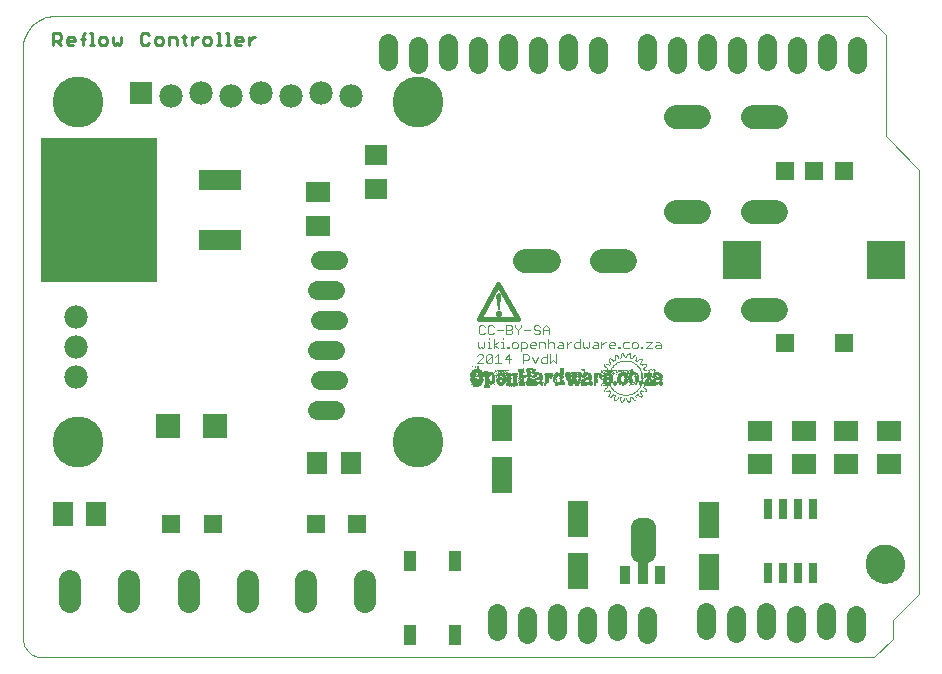
<source format=gts>
G75*
G70*
%OFA0B0*%
%FSLAX24Y24*%
%IPPOS*%
%LPD*%
%AMOC8*
5,1,8,0,0,1.08239X$1,22.5*
%
%ADD10C,0.0000*%
%ADD11C,0.1300*%
%ADD12R,0.0014X0.0014*%
%ADD13R,0.0014X0.0014*%
%ADD14R,0.0015X0.0014*%
%ADD15R,0.0029X0.0014*%
%ADD16R,0.0014X0.0014*%
%ADD17R,0.0014X0.0014*%
%ADD18R,0.0043X0.0014*%
%ADD19R,0.0043X0.0014*%
%ADD20R,0.0029X0.0014*%
%ADD21R,0.0028X0.0014*%
%ADD22R,0.0200X0.0014*%
%ADD23R,0.0042X0.0014*%
%ADD24R,0.0015X0.0014*%
%ADD25R,0.0028X0.0014*%
%ADD26R,0.0058X0.0014*%
%ADD27R,0.0072X0.0014*%
%ADD28R,0.0171X0.0014*%
%ADD29R,0.0186X0.0014*%
%ADD30R,0.0129X0.0014*%
%ADD31R,0.0114X0.0014*%
%ADD32R,0.0214X0.0014*%
%ADD33R,0.0143X0.0014*%
%ADD34R,0.0243X0.0014*%
%ADD35R,0.0143X0.0014*%
%ADD36R,0.0114X0.0014*%
%ADD37R,0.0172X0.0014*%
%ADD38R,0.0229X0.0014*%
%ADD39R,0.0142X0.0014*%
%ADD40R,0.0186X0.0014*%
%ADD41R,0.0071X0.0014*%
%ADD42R,0.0057X0.0014*%
%ADD43R,0.0100X0.0014*%
%ADD44R,0.0072X0.0014*%
%ADD45R,0.0057X0.0014*%
%ADD46R,0.0428X0.0014*%
%ADD47R,0.0271X0.0014*%
%ADD48R,0.0172X0.0014*%
%ADD49R,0.0229X0.0014*%
%ADD50R,0.0400X0.0014*%
%ADD51R,0.0057X0.0014*%
%ADD52R,0.0157X0.0014*%
%ADD53R,0.0128X0.0014*%
%ADD54R,0.0086X0.0014*%
%ADD55R,0.0100X0.0014*%
%ADD56R,0.0471X0.0014*%
%ADD57R,0.0315X0.0014*%
%ADD58R,0.0071X0.0014*%
%ADD59R,0.0215X0.0014*%
%ADD60R,0.0429X0.0014*%
%ADD61R,0.0343X0.0014*%
%ADD62R,0.0142X0.0014*%
%ADD63R,0.0243X0.0014*%
%ADD64R,0.0057X0.0014*%
%ADD65R,0.0486X0.0014*%
%ADD66R,0.0329X0.0014*%
%ADD67R,0.0415X0.0014*%
%ADD68R,0.0172X0.0014*%
%ADD69R,0.0085X0.0014*%
%ADD70R,0.0228X0.0014*%
%ADD71R,0.0115X0.0014*%
%ADD72R,0.0357X0.0014*%
%ADD73R,0.0286X0.0014*%
%ADD74R,0.0257X0.0014*%
%ADD75R,0.0357X0.0014*%
%ADD76R,0.0285X0.0014*%
%ADD77R,0.0428X0.0014*%
%ADD78R,0.0300X0.0014*%
%ADD79R,0.0500X0.0014*%
%ADD80R,0.0371X0.0014*%
%ADD81R,0.0385X0.0014*%
%ADD82R,0.0314X0.0014*%
%ADD83R,0.0157X0.0014*%
%ADD84R,0.0072X0.0014*%
%ADD85R,0.0157X0.0014*%
%ADD86R,0.0214X0.0014*%
%ADD87R,0.0314X0.0014*%
%ADD88R,0.0328X0.0014*%
%ADD89R,0.0128X0.0014*%
%ADD90R,0.0200X0.0014*%
%ADD91R,0.0129X0.0014*%
%ADD92R,0.0114X0.0014*%
%ADD93R,0.0058X0.0014*%
%ADD94R,0.0158X0.0014*%
%ADD95R,0.0114X0.0014*%
%ADD96R,0.0185X0.0014*%
%ADD97R,0.0272X0.0014*%
%ADD98R,0.0443X0.0014*%
%ADD99R,0.0314X0.0014*%
%ADD100R,0.0171X0.0014*%
%ADD101R,0.0086X0.0014*%
%ADD102R,0.0314X0.0014*%
%ADD103R,0.0342X0.0014*%
%ADD104R,0.0115X0.0014*%
%ADD105R,0.0157X0.0014*%
%ADD106R,0.0257X0.0014*%
%ADD107R,0.0457X0.0014*%
%ADD108R,0.0457X0.0014*%
%ADD109R,0.0414X0.0014*%
%ADD110R,0.0185X0.0014*%
%ADD111R,0.0085X0.0014*%
%ADD112R,0.0272X0.0014*%
%ADD113R,0.0242X0.0014*%
%ADD114R,0.0329X0.0014*%
%ADD115R,0.0172X0.0014*%
%ADD116R,0.0042X0.0014*%
%ADD117R,0.0072X0.0014*%
%ADD118R,0.0214X0.0014*%
%ADD119R,0.0271X0.0014*%
%ADD120C,0.0100*%
%ADD121C,0.0030*%
%ADD122C,0.0160*%
%ADD123C,0.0050*%
%ADD124C,0.0039*%
%ADD125R,0.0276X0.0650*%
%ADD126R,0.0827X0.0670*%
%ADD127C,0.0745*%
%ADD128R,0.0827X0.0827*%
%ADD129C,0.0780*%
%ADD130R,0.0670X0.1221*%
%ADD131R,0.0631X0.0631*%
%ADD132R,0.0670X0.0750*%
%ADD133R,0.0355X0.0591*%
%ADD134R,0.0355X0.0788*%
%ADD135C,0.0630*%
%ADD136R,0.3879X0.4843*%
%ADD137R,0.1418X0.0670*%
%ADD138C,0.0640*%
%ADD139R,0.0780X0.0780*%
%ADD140R,0.0434X0.0709*%
%ADD141R,0.0750X0.0670*%
%ADD142C,0.0808*%
%ADD143R,0.0670X0.0827*%
%ADD144R,0.0634X0.0634*%
%ADD145R,0.1306X0.1306*%
%ADD146C,0.1700*%
D10*
X029989Y004402D02*
X029991Y004452D01*
X029997Y004502D01*
X030007Y004551D01*
X030021Y004599D01*
X030038Y004646D01*
X030059Y004691D01*
X030084Y004735D01*
X030112Y004776D01*
X030144Y004815D01*
X030178Y004852D01*
X030215Y004886D01*
X030255Y004916D01*
X030297Y004943D01*
X030341Y004967D01*
X030387Y004988D01*
X030434Y005004D01*
X030482Y005017D01*
X030532Y005026D01*
X030581Y005031D01*
X030632Y005032D01*
X030682Y005029D01*
X030731Y005022D01*
X030780Y005011D01*
X030828Y004996D01*
X030874Y004978D01*
X030919Y004956D01*
X030962Y004930D01*
X031003Y004901D01*
X031042Y004869D01*
X031078Y004834D01*
X031110Y004796D01*
X031140Y004756D01*
X031167Y004713D01*
X031190Y004669D01*
X031209Y004623D01*
X031225Y004575D01*
X031237Y004526D01*
X031245Y004477D01*
X031249Y004427D01*
X031249Y004377D01*
X031245Y004327D01*
X031237Y004278D01*
X031225Y004229D01*
X031209Y004181D01*
X031190Y004135D01*
X031167Y004091D01*
X031140Y004048D01*
X031110Y004008D01*
X031078Y003970D01*
X031042Y003935D01*
X031003Y003903D01*
X030962Y003874D01*
X030919Y003848D01*
X030874Y003826D01*
X030828Y003808D01*
X030780Y003793D01*
X030731Y003782D01*
X030682Y003775D01*
X030632Y003772D01*
X030581Y003773D01*
X030532Y003778D01*
X030482Y003787D01*
X030434Y003800D01*
X030387Y003816D01*
X030341Y003837D01*
X030297Y003861D01*
X030255Y003888D01*
X030215Y003918D01*
X030178Y003952D01*
X030144Y003989D01*
X030112Y004028D01*
X030084Y004069D01*
X030059Y004113D01*
X030038Y004158D01*
X030021Y004205D01*
X030007Y004253D01*
X029997Y004302D01*
X029991Y004352D01*
X029989Y004402D01*
D11*
X030619Y004402D03*
D12*
X023185Y010459D03*
X022985Y010501D03*
X022585Y010559D03*
X022385Y010701D03*
X022485Y010859D03*
X022385Y010987D03*
X022485Y011059D03*
X022385Y011130D03*
X022485Y011201D03*
X022283Y011320D03*
X022685Y011016D03*
X022685Y011001D03*
X022685Y010987D03*
X022185Y010573D03*
X022185Y010559D03*
X022085Y010730D03*
X021585Y010973D03*
X021485Y011059D03*
X021594Y011141D03*
X021692Y011331D03*
X021285Y011001D03*
X021385Y010887D03*
X021485Y010330D03*
X021485Y010316D03*
X021385Y010259D03*
X021285Y010159D03*
X021485Y010116D03*
X021485Y010087D03*
X021585Y010173D03*
X021685Y009830D03*
X021885Y009759D03*
X022085Y009759D03*
X022385Y010159D03*
X022485Y010101D03*
X022485Y010087D03*
X022485Y010287D03*
X022385Y010416D03*
X022685Y010159D03*
X020785Y010359D03*
X020685Y010401D03*
X020785Y010487D03*
X020485Y010773D03*
X019785Y010659D03*
X019685Y010501D03*
X019685Y010487D03*
X019685Y010459D03*
X018685Y010616D03*
X018585Y010616D03*
X018585Y010587D03*
X017685Y010730D03*
X016985Y010959D03*
X016885Y010959D03*
D13*
X017128Y010859D03*
X017028Y010687D03*
X017299Y010673D03*
X017342Y010673D03*
X017299Y010630D03*
X017671Y010630D03*
X017671Y010659D03*
X017671Y010587D03*
X017742Y010773D03*
X017771Y010830D03*
X017928Y010787D03*
X017928Y010773D03*
X017999Y010801D03*
X018042Y010773D03*
X018028Y010759D03*
X018071Y010816D03*
X018028Y010473D03*
X017999Y010430D03*
X018199Y010301D03*
X018299Y010301D03*
X018571Y010459D03*
X018699Y010473D03*
X018742Y010601D03*
X018728Y010630D03*
X018771Y010630D03*
X018842Y010673D03*
X018842Y010759D03*
X018842Y010773D03*
X018599Y010887D03*
X018999Y010501D03*
X019171Y010459D03*
X019199Y010459D03*
X019228Y010416D03*
X019228Y010401D03*
X019142Y010359D03*
X019571Y010516D03*
X019571Y010530D03*
X019628Y010501D03*
X019628Y010487D03*
X019671Y010473D03*
X019799Y010559D03*
X019828Y010559D03*
X019899Y010573D03*
X019899Y010587D03*
X019899Y010630D03*
X020028Y010730D03*
X020028Y010759D03*
X020071Y010773D03*
X020128Y010773D03*
X020171Y010773D03*
X020271Y010730D03*
X020371Y010616D03*
X020342Y010587D03*
X020499Y010516D03*
X020499Y010487D03*
X020471Y010430D03*
X020471Y010416D03*
X020371Y010330D03*
X020142Y010573D03*
X020799Y010516D03*
X020842Y010473D03*
X020842Y010459D03*
X020871Y010416D03*
X020871Y010401D03*
X020842Y010401D03*
X021171Y010359D03*
X021199Y010359D03*
X021199Y010373D03*
X021199Y010330D03*
X021328Y010216D03*
X021342Y010230D03*
X021371Y010273D03*
X021371Y010287D03*
X021499Y010287D03*
X021499Y010301D03*
X021528Y010259D03*
X021542Y010230D03*
X021571Y010187D03*
X021599Y010159D03*
X021628Y010130D03*
X021671Y010101D03*
X021742Y010059D03*
X021642Y009987D03*
X021642Y009973D03*
X021642Y009959D03*
X021628Y009930D03*
X021628Y009916D03*
X021628Y009901D03*
X021628Y009887D03*
X021628Y009873D03*
X021628Y009859D03*
X021728Y009873D03*
X021742Y009901D03*
X021828Y009901D03*
X021828Y009887D03*
X021828Y009873D03*
X021828Y009859D03*
X021828Y009830D03*
X021842Y009801D03*
X021842Y009787D03*
X021842Y009773D03*
X021899Y009773D03*
X021928Y009816D03*
X021942Y009859D03*
X022028Y009859D03*
X022028Y009873D03*
X022028Y009887D03*
X022042Y009830D03*
X022042Y009816D03*
X022071Y009787D03*
X022071Y009773D03*
X022128Y009773D03*
X022128Y009787D03*
X022142Y009801D03*
X022142Y009816D03*
X022142Y009830D03*
X022142Y009859D03*
X022142Y009873D03*
X022142Y009887D03*
X022142Y009901D03*
X022228Y009901D03*
X022242Y009887D03*
X022299Y009830D03*
X022328Y009830D03*
X022342Y009930D03*
X022328Y009973D03*
X022399Y010001D03*
X022428Y009987D03*
X022442Y009973D03*
X022471Y009959D03*
X022528Y009959D03*
X022542Y009973D03*
X022542Y009987D03*
X022528Y010016D03*
X022528Y010030D03*
X022499Y010073D03*
X022499Y010130D03*
X022528Y010159D03*
X022442Y010216D03*
X022442Y010230D03*
X022428Y010201D03*
X022399Y010173D03*
X022342Y010116D03*
X022299Y010087D03*
X022271Y010073D03*
X022471Y010259D03*
X022471Y010273D03*
X022499Y010316D03*
X022499Y010330D03*
X022599Y010273D03*
X022599Y010259D03*
X022628Y010230D03*
X022642Y010216D03*
X022671Y010187D03*
X022671Y010173D03*
X022671Y010130D03*
X022328Y010401D03*
X022242Y010359D03*
X022171Y010359D03*
X022128Y010330D03*
X022071Y010616D03*
X022071Y010773D03*
X022071Y010787D03*
X022042Y010787D03*
X022042Y010773D03*
X022099Y010773D03*
X021971Y010773D03*
X021699Y010787D03*
X021671Y010816D03*
X021642Y010830D03*
X021628Y010816D03*
X021599Y010773D03*
X021599Y010687D03*
X021671Y010701D03*
X021528Y010887D03*
X021528Y010901D03*
X021542Y010916D03*
X021599Y010987D03*
X021642Y011016D03*
X021699Y011059D03*
X021637Y011170D03*
X021651Y011184D03*
X021651Y011199D03*
X021637Y011227D03*
X021637Y011241D03*
X021637Y011270D03*
X021635Y011288D03*
X021635Y011302D03*
X021635Y011317D03*
X021706Y011317D03*
X021735Y011288D03*
X021751Y011270D03*
X021837Y011270D03*
X021835Y011288D03*
X021835Y011302D03*
X021835Y011317D03*
X021835Y011331D03*
X021846Y011360D03*
X021846Y011374D03*
X021926Y011334D03*
X021940Y011320D03*
X021940Y011305D03*
X021940Y011291D03*
X022026Y011291D03*
X022028Y011273D03*
X022040Y011320D03*
X022040Y011334D03*
X022075Y011374D03*
X022132Y011374D03*
X022140Y011334D03*
X022140Y011320D03*
X022140Y011305D03*
X022140Y011291D03*
X022142Y011273D03*
X022142Y011259D03*
X022242Y011273D03*
X022269Y011305D03*
X022342Y011279D03*
X022342Y011265D03*
X022342Y011250D03*
X022342Y011230D03*
X022342Y011216D03*
X022342Y011201D03*
X022328Y011173D03*
X022342Y011159D03*
X022428Y011173D03*
X022528Y011130D03*
X022528Y011116D03*
X022499Y011073D03*
X022499Y011030D03*
X022399Y010973D03*
X022371Y011001D03*
X022442Y010916D03*
X022471Y010887D03*
X022471Y010873D03*
X022499Y010830D03*
X022528Y010773D03*
X022528Y010759D03*
X022528Y010687D03*
X022528Y010673D03*
X022528Y010659D03*
X022528Y010630D03*
X022528Y010601D03*
X022528Y010587D03*
X022528Y010559D03*
X022528Y010487D03*
X022671Y010630D03*
X022771Y010773D03*
X022771Y010801D03*
X022771Y010816D03*
X022899Y010830D03*
X022942Y010787D03*
X022842Y010516D03*
X022828Y010501D03*
X023128Y010359D03*
X022599Y010873D03*
X022599Y010887D03*
X022628Y010916D03*
X022642Y010930D03*
X022671Y010973D03*
X022671Y011030D03*
X022542Y011173D03*
X022271Y011073D03*
X022242Y011087D03*
X022371Y010716D03*
X022342Y010601D03*
X021771Y010459D03*
X021428Y010530D03*
X021228Y010659D03*
X021171Y010773D03*
X021199Y010787D03*
X021199Y010816D03*
X021299Y010773D03*
X021371Y010859D03*
X021371Y010873D03*
X021371Y010901D03*
X021328Y010930D03*
X021299Y010973D03*
X021299Y011016D03*
X021299Y011030D03*
X021471Y011016D03*
X021480Y011084D03*
X021480Y011099D03*
X021451Y011170D03*
X021451Y011199D03*
X021480Y011227D03*
X021551Y011184D03*
X021442Y010159D03*
X021471Y010130D03*
X021499Y010101D03*
X021471Y010073D03*
X021471Y010059D03*
X021442Y010016D03*
X021442Y010001D03*
X021442Y009987D03*
X021428Y009973D03*
X021442Y009959D03*
X021571Y010001D03*
X021299Y010130D03*
X021299Y010173D03*
X017599Y010387D03*
X017342Y010259D03*
D14*
X017613Y010359D03*
X017656Y010673D03*
X017613Y010773D03*
X017656Y010830D03*
X017713Y010830D03*
X017956Y010759D03*
X018013Y010687D03*
X018356Y010730D03*
X018413Y010573D03*
X018413Y010501D03*
X018513Y010587D03*
X018556Y010601D03*
X018556Y010616D03*
X018613Y010587D03*
X018656Y010601D03*
X018856Y010559D03*
X018956Y010787D03*
X019713Y010659D03*
X020056Y010759D03*
X020456Y010773D03*
X020456Y010730D03*
X020513Y010859D03*
X020556Y010830D03*
X020656Y010501D03*
X021213Y010387D03*
X021356Y010316D03*
X021313Y010201D03*
X021313Y010187D03*
X021456Y010030D03*
X021556Y009987D03*
X021656Y010116D03*
X021713Y010073D03*
X021756Y009916D03*
X021713Y009859D03*
X021913Y009801D03*
X021913Y009787D03*
X021956Y009887D03*
X022056Y009801D03*
X022256Y009873D03*
X022356Y010001D03*
X022313Y010101D03*
X022356Y010130D03*
X022413Y010187D03*
X022513Y010059D03*
X022656Y010201D03*
X022613Y010301D03*
X022613Y010316D03*
X022556Y010487D03*
X022556Y010501D03*
X022556Y010516D03*
X022556Y010530D03*
X022556Y010559D03*
X022556Y010573D03*
X022556Y010587D03*
X022556Y010601D03*
X022556Y010616D03*
X022556Y010630D03*
X022556Y010659D03*
X022513Y010787D03*
X022513Y010801D03*
X022613Y010859D03*
X022456Y010901D03*
X022413Y010959D03*
X022356Y011016D03*
X022413Y011159D03*
X022456Y011187D03*
X022513Y011201D03*
X022513Y011101D03*
X022513Y011016D03*
X022213Y011101D03*
X022213Y011216D03*
X022254Y011291D03*
X022061Y011360D03*
X021918Y011360D03*
X021765Y011241D03*
X021765Y011227D03*
X021721Y011302D03*
X021565Y011170D03*
X021465Y011127D03*
X021465Y011113D03*
X021465Y011213D03*
X021613Y011001D03*
X021656Y011030D03*
X021722Y011084D03*
X021556Y010930D03*
X021513Y010873D03*
X021556Y010801D03*
X021513Y010759D03*
X021456Y010759D03*
X021356Y010916D03*
X021313Y010959D03*
X021213Y010673D03*
X021456Y010573D03*
X021513Y010273D03*
X021556Y010216D03*
X021556Y010201D03*
X021813Y010373D03*
X022056Y010730D03*
X021913Y010801D03*
X022756Y010759D03*
X022813Y010859D03*
X022856Y010859D03*
X022813Y010516D03*
X023156Y010459D03*
X023213Y010416D03*
X023213Y010401D03*
X018113Y010301D03*
X017013Y010559D03*
X016856Y010359D03*
D15*
X017706Y010816D03*
X017749Y010816D03*
X017963Y010830D03*
X018606Y010416D03*
X018706Y010459D03*
X018706Y010516D03*
X018963Y010773D03*
X018963Y010801D03*
X018963Y010816D03*
X019149Y010516D03*
X019220Y010387D03*
X019220Y010373D03*
X019606Y010473D03*
X019763Y010673D03*
X020349Y010601D03*
X020506Y010473D03*
X020463Y010401D03*
X020663Y010516D03*
X020720Y010401D03*
X020820Y010487D03*
X020863Y010373D03*
X021349Y010330D03*
X021720Y010459D03*
X021606Y010730D03*
X021549Y010716D03*
X021520Y010830D03*
X021449Y011001D03*
X021406Y011016D03*
X021529Y011199D03*
X021671Y011345D03*
X021815Y011127D03*
X021758Y011099D03*
X021306Y010816D03*
X021263Y010816D03*
X021206Y010773D03*
X021220Y010759D03*
X020606Y010773D03*
X020606Y010801D03*
X020606Y010816D03*
X020549Y010859D03*
X021620Y010001D03*
X021506Y009959D03*
X021649Y009830D03*
X021763Y009930D03*
X021806Y010030D03*
X022206Y009930D03*
X022263Y009859D03*
X022249Y010059D03*
X022220Y010373D03*
X022263Y010430D03*
X022306Y010601D03*
X022306Y010630D03*
X022306Y010659D03*
X022306Y010673D03*
X022263Y010687D03*
X022306Y010759D03*
X022349Y010630D03*
X022606Y010587D03*
X022763Y010330D03*
X023206Y010387D03*
X023220Y010430D03*
X022949Y010773D03*
X022949Y010801D03*
X022949Y010816D03*
X022606Y010901D03*
X022563Y011016D03*
X022304Y011334D03*
D16*
X022228Y011244D03*
X022142Y011244D03*
X022140Y011348D03*
X021926Y011348D03*
X021837Y011256D03*
X021637Y011256D03*
X021580Y011156D03*
X021451Y011156D03*
X021571Y010944D03*
X021499Y010844D03*
X021742Y010844D03*
X021671Y011044D03*
X021242Y010744D03*
X021199Y010344D03*
X021471Y010344D03*
X021528Y010244D03*
X021428Y010144D03*
X021628Y009844D03*
X021699Y009844D03*
X021828Y009844D03*
X021942Y009844D03*
X022142Y009844D03*
X022342Y009944D03*
X022371Y010144D03*
X022128Y010344D03*
X021828Y010444D03*
X021728Y010444D03*
X022299Y010744D03*
X022528Y010744D03*
X022528Y010644D03*
X022671Y010644D03*
X022728Y010744D03*
X022428Y010944D03*
X022399Y011144D03*
X022528Y011144D03*
X023228Y010444D03*
X020571Y010744D03*
X019571Y010544D03*
X019242Y010444D03*
X017999Y010744D03*
X017671Y010644D03*
X017328Y010644D03*
X017299Y010644D03*
D17*
X018585Y010444D03*
X020085Y010744D03*
X020885Y010444D03*
X020985Y010544D03*
X021185Y010544D03*
X021685Y010844D03*
X021485Y011044D03*
X022085Y010744D03*
X022485Y011044D03*
X022685Y010144D03*
X022285Y009844D03*
X021285Y010144D03*
D18*
X021813Y009916D03*
X021856Y010016D03*
X022127Y010016D03*
X022156Y009916D03*
X022313Y010359D03*
X022399Y010573D03*
X022399Y010587D03*
X022399Y010601D03*
X022399Y010630D03*
X022527Y010716D03*
X022527Y010730D03*
X022642Y010830D03*
X022600Y011025D03*
X022637Y011030D03*
X022942Y010830D03*
X022999Y010516D03*
X023042Y010401D03*
X023113Y010459D03*
X022127Y011130D03*
X021856Y011130D03*
X021956Y010816D03*
X021699Y010759D03*
X021570Y010830D03*
X021413Y010573D03*
X021227Y010530D03*
X021027Y010487D03*
X020956Y010601D03*
X020770Y010459D03*
X020599Y010830D03*
X020599Y010859D03*
X020313Y010730D03*
X019827Y010573D03*
X019813Y010530D03*
X019642Y010530D03*
X019599Y010459D03*
X019699Y010759D03*
X019127Y010459D03*
X019056Y010401D03*
X019013Y010516D03*
X018956Y010830D03*
X018956Y010859D03*
X018642Y010630D03*
X018599Y010601D03*
X018456Y010601D03*
X018456Y010559D03*
X018456Y010459D03*
X018542Y010430D03*
X018670Y010401D03*
X018256Y010430D03*
X018256Y010301D03*
X017927Y010687D03*
X017856Y010573D03*
X017642Y010801D03*
X017056Y010901D03*
X017056Y010916D03*
X021199Y010801D03*
X021827Y010430D03*
D19*
X022170Y010544D03*
X022299Y010644D03*
X022942Y010844D03*
X021470Y009944D03*
X021127Y010744D03*
X020599Y010844D03*
X019370Y010544D03*
X018956Y010844D03*
D20*
X019306Y010544D03*
X018049Y010744D03*
X020949Y010544D03*
X021020Y010544D03*
X021563Y010744D03*
X022363Y011144D03*
X022549Y010144D03*
X022506Y009944D03*
X022220Y010044D03*
D21*
X022178Y010030D03*
X022335Y009987D03*
X022578Y010130D03*
X022635Y010330D03*
X022378Y010430D03*
X022335Y010430D03*
X022335Y010416D03*
X022292Y010401D03*
X022278Y010416D03*
X022535Y010701D03*
X022535Y011001D03*
X022535Y011187D03*
X022333Y011320D03*
X022178Y011116D03*
X022292Y011059D03*
X022335Y011030D03*
X021787Y011113D03*
X021801Y011241D03*
X021642Y011331D03*
X021501Y011213D03*
X021678Y010830D03*
X021578Y010759D03*
X021592Y010716D03*
X021592Y010701D03*
X021678Y010687D03*
X021478Y010773D03*
X021778Y010373D03*
X021692Y010087D03*
X021592Y010016D03*
X021535Y009973D03*
X021392Y010130D03*
X020878Y010387D03*
X020878Y010430D03*
X019835Y010516D03*
X019635Y010573D03*
X019592Y010487D03*
X019492Y010559D03*
X019235Y010430D03*
X018835Y010659D03*
X018792Y010601D03*
X018635Y010616D03*
X018535Y010459D03*
X018892Y010787D03*
X017392Y010787D03*
X017392Y010759D03*
X017292Y010687D03*
X016978Y010930D03*
X023135Y010516D03*
D22*
X021906Y010416D03*
X021992Y010001D03*
X021349Y010673D03*
X021092Y010701D03*
X020349Y010473D03*
X020349Y010459D03*
X020135Y010459D03*
X020135Y010473D03*
X019449Y010687D03*
X017821Y010730D03*
X017792Y010673D03*
X017821Y010801D03*
X017149Y010701D03*
X017149Y010687D03*
X017135Y010530D03*
X016892Y010673D03*
X017006Y010859D03*
D23*
X017285Y010701D03*
X018785Y010473D03*
X018885Y010759D03*
X018885Y010773D03*
X018885Y010801D03*
X019585Y010573D03*
X021485Y010687D03*
X021485Y010787D03*
X022185Y011230D03*
X022385Y010016D03*
D24*
X022513Y010044D03*
X022513Y010144D03*
X022456Y010244D03*
X022613Y010244D03*
X022556Y010544D03*
X022556Y010644D03*
X022613Y010844D03*
X022656Y010944D03*
X022313Y011044D03*
X022056Y010744D03*
X021656Y010844D03*
X021613Y010744D03*
X021356Y010844D03*
X021622Y011156D03*
X022054Y011348D03*
X021356Y010244D03*
X021456Y010144D03*
X021456Y010044D03*
X021613Y010144D03*
X020056Y010744D03*
X018556Y010444D03*
D25*
X020335Y010744D03*
X021792Y010844D03*
X022392Y010444D03*
X021778Y010044D03*
D26*
X021335Y010116D03*
X021435Y010659D03*
X023135Y010401D03*
X018535Y010573D03*
X018035Y010730D03*
X017935Y010673D03*
D27*
X018542Y010559D03*
X019828Y010587D03*
X020842Y010359D03*
X020942Y010359D03*
X020942Y010373D03*
X020942Y010387D03*
X021142Y010573D03*
X021128Y010730D03*
X021242Y010830D03*
X020942Y010701D03*
X022328Y010573D03*
X022328Y010387D03*
X022642Y010116D03*
X017042Y010930D03*
D28*
X017020Y010873D03*
X016906Y010773D03*
X017149Y010730D03*
X017149Y010716D03*
X017349Y010330D03*
X017349Y010316D03*
X017349Y010301D03*
X017349Y010287D03*
X017349Y010273D03*
X017820Y010359D03*
X017863Y010816D03*
X018506Y010773D03*
X018906Y010473D03*
X019849Y010430D03*
X019820Y010716D03*
X019820Y010730D03*
X020263Y010516D03*
X020349Y010430D03*
X020349Y010416D03*
X020349Y010401D03*
X020349Y010387D03*
X021420Y010816D03*
X022206Y010773D03*
X022663Y010416D03*
D29*
X023099Y010587D03*
X022171Y010716D03*
X021385Y010359D03*
X020042Y010659D03*
X020042Y010673D03*
X020042Y010687D03*
X020042Y010701D03*
X020042Y010716D03*
X018085Y010659D03*
X018085Y010387D03*
X017799Y010687D03*
X017128Y010773D03*
X016885Y010559D03*
X016885Y010501D03*
X016985Y010316D03*
X016985Y010301D03*
X016985Y010287D03*
D30*
X017499Y010387D03*
X017713Y010487D03*
X017713Y010501D03*
X017713Y010516D03*
X017756Y010573D03*
X017899Y010430D03*
X017570Y010673D03*
X018299Y010587D03*
X018299Y010516D03*
X018299Y010487D03*
X018499Y010516D03*
X018970Y010687D03*
X019356Y010630D03*
X020256Y010630D03*
X020256Y010601D03*
X020256Y010587D03*
X020256Y010573D03*
X020270Y010773D03*
X020613Y010687D03*
X020556Y010330D03*
X020999Y010430D03*
X020999Y010616D03*
X020999Y010630D03*
X021156Y010616D03*
X021270Y010516D03*
X021270Y010501D03*
X021270Y010487D03*
X021313Y010573D03*
X021270Y010316D03*
X021613Y010430D03*
X021770Y010473D03*
X021770Y010616D03*
X021770Y010630D03*
X021970Y010616D03*
X021970Y010601D03*
X021956Y010430D03*
X022356Y010501D03*
X022356Y010516D03*
X022356Y010530D03*
X022356Y010559D03*
X022356Y010616D03*
X022499Y010416D03*
X022499Y010401D03*
X022699Y010501D03*
X022713Y010530D03*
X022956Y010687D03*
X023156Y010373D03*
D31*
X023121Y010673D03*
X022692Y010316D03*
X021978Y010459D03*
X021978Y010473D03*
X021978Y010487D03*
X021978Y010501D03*
X021978Y010516D03*
X021892Y010773D03*
X021792Y010801D03*
X021478Y010630D03*
X021478Y010616D03*
X021492Y010487D03*
X021492Y010473D03*
X021478Y010459D03*
X021621Y010416D03*
X021621Y010401D03*
X021621Y010387D03*
X021621Y010373D03*
X020992Y010459D03*
X020992Y010473D03*
X020992Y010501D03*
X020992Y010530D03*
X020992Y010587D03*
X020792Y010601D03*
X020792Y010616D03*
X020792Y010630D03*
X020792Y010659D03*
X020592Y010630D03*
X020592Y010616D03*
X020578Y010487D03*
X020449Y010630D03*
X020078Y010516D03*
X020078Y010501D03*
X019849Y010487D03*
X019849Y010473D03*
X019849Y010601D03*
X019849Y010759D03*
X019849Y010773D03*
X019849Y010787D03*
X019849Y010801D03*
X019649Y010687D03*
X019492Y010673D03*
X019492Y010659D03*
X019478Y010716D03*
X019349Y010616D03*
X019349Y010601D03*
X019349Y010587D03*
X019349Y010559D03*
X019349Y010530D03*
X019349Y010501D03*
X019349Y010487D03*
X019349Y010473D03*
X019349Y010459D03*
X019349Y010430D03*
X019149Y010601D03*
X019149Y010616D03*
X019149Y010630D03*
X019149Y010659D03*
X018949Y010616D03*
X018749Y010673D03*
X018749Y010687D03*
X018749Y010701D03*
X018749Y010716D03*
X018749Y010730D03*
X018749Y010759D03*
X018292Y010630D03*
X018292Y010601D03*
X018292Y010573D03*
X018292Y010559D03*
X018292Y010530D03*
X018292Y010501D03*
X018292Y010473D03*
X018292Y010459D03*
X018092Y010516D03*
X018092Y010530D03*
X018092Y010573D03*
X018092Y010601D03*
X018092Y010616D03*
X017921Y010616D03*
X017921Y010630D03*
X017921Y010459D03*
X017492Y010759D03*
X017392Y010630D03*
X017349Y010387D03*
X017349Y010373D03*
X017349Y010359D03*
D32*
X016999Y010330D03*
X016899Y010659D03*
X016899Y010687D03*
X018271Y010716D03*
X018499Y010787D03*
X018499Y010801D03*
X018499Y010816D03*
X018499Y010830D03*
X018499Y010859D03*
X018499Y010873D03*
X018771Y010887D03*
X018899Y010630D03*
X020599Y010387D03*
X020599Y010359D03*
X021371Y010373D03*
X022899Y010430D03*
D33*
X022892Y010330D03*
X022663Y010430D03*
X022677Y010459D03*
X022692Y010487D03*
X022706Y010516D03*
X022749Y010587D03*
X022749Y010601D03*
X022763Y010616D03*
X022763Y010630D03*
X023006Y010759D03*
X023106Y010687D03*
X022192Y010759D03*
X022192Y010787D03*
X021977Y010659D03*
X021977Y010630D03*
X021763Y010601D03*
X021763Y010587D03*
X021763Y010573D03*
X021763Y010559D03*
X021763Y010530D03*
X021763Y010516D03*
X021763Y010501D03*
X021763Y010487D03*
X021906Y010373D03*
X021306Y010430D03*
X020992Y010416D03*
X020992Y010659D03*
X020977Y010716D03*
X020977Y010730D03*
X020763Y010687D03*
X020663Y010759D03*
X020449Y010716D03*
X020449Y010673D03*
X020449Y010659D03*
X020549Y010459D03*
X020349Y010373D03*
X020349Y010359D03*
X020049Y010630D03*
X020163Y010730D03*
X019663Y010673D03*
X019349Y010659D03*
X019120Y010687D03*
X019020Y010759D03*
X018763Y010559D03*
X018506Y010501D03*
X018506Y010487D03*
X018506Y010473D03*
X018292Y010416D03*
X018092Y010416D03*
X018106Y010559D03*
X018306Y010616D03*
X017749Y010430D03*
X017377Y010487D03*
X017363Y010530D03*
X017363Y010559D03*
X017363Y010573D03*
X017363Y010587D03*
X017363Y010601D03*
X017363Y010616D03*
X018906Y010330D03*
X019349Y010416D03*
D34*
X017013Y010344D03*
D35*
X017349Y010344D03*
X018092Y010644D03*
X018506Y010544D03*
X019849Y010444D03*
X020349Y010344D03*
X020449Y010644D03*
X021292Y010444D03*
X021763Y010544D03*
X021777Y010644D03*
X022192Y010744D03*
D36*
X021478Y010644D03*
X021478Y010444D03*
X021378Y010344D03*
X020992Y010444D03*
X020792Y010444D03*
X020792Y010644D03*
X019492Y010644D03*
X019349Y010444D03*
X019149Y010444D03*
X019149Y010644D03*
X018749Y010744D03*
X018292Y010544D03*
X018292Y010444D03*
X018092Y010544D03*
X017921Y010444D03*
X017821Y010344D03*
X017921Y010644D03*
D37*
X018092Y010344D03*
X018292Y010344D03*
X016892Y010744D03*
X020578Y010444D03*
X021392Y010744D03*
D38*
X018506Y010344D03*
X016906Y010544D03*
D39*
X017735Y010444D03*
X018735Y010344D03*
X018935Y010644D03*
X019835Y010844D03*
X020135Y010344D03*
D40*
X020142Y010444D03*
X020042Y010644D03*
X020585Y010344D03*
X020685Y010744D03*
X021999Y011144D03*
X023028Y010744D03*
X022899Y010444D03*
X019042Y010744D03*
X018928Y010344D03*
X017142Y010744D03*
D41*
X017399Y010544D03*
X018470Y010444D03*
X019170Y010344D03*
X020270Y010744D03*
X020813Y010344D03*
X021899Y010344D03*
X022499Y010344D03*
X022613Y010644D03*
X023156Y010344D03*
D42*
X022106Y010544D03*
X019292Y010344D03*
D43*
X019699Y010344D03*
X020599Y010644D03*
X021142Y010644D03*
X022499Y010444D03*
X018242Y010744D03*
X017571Y010644D03*
X017399Y010644D03*
D44*
X020428Y010544D03*
X020942Y010344D03*
D45*
X021620Y010344D03*
X019820Y010544D03*
X019620Y010544D03*
X017320Y010544D03*
X017049Y010944D03*
D46*
X022792Y010344D03*
D47*
X022713Y010659D03*
X023056Y010559D03*
X021870Y010401D03*
X021370Y010416D03*
X021399Y010601D03*
X020713Y010559D03*
X019399Y010701D03*
X019070Y010559D03*
X017813Y010416D03*
X017013Y010359D03*
D48*
X016892Y010487D03*
X016878Y010701D03*
X016892Y010730D03*
X017378Y010659D03*
X017378Y010473D03*
X018092Y010401D03*
X018092Y010373D03*
X018092Y010359D03*
X018292Y010359D03*
X018292Y010373D03*
X018292Y010387D03*
X018292Y010401D03*
X020578Y010401D03*
X020578Y010430D03*
X022178Y010701D03*
X022192Y010730D03*
X022892Y010487D03*
X022892Y010473D03*
D49*
X021863Y010830D03*
X020249Y010759D03*
X018506Y010401D03*
X018506Y010387D03*
X018506Y010373D03*
X018506Y010359D03*
X017820Y010716D03*
X016906Y010530D03*
D50*
X018864Y010359D03*
X019006Y010530D03*
D51*
X019163Y010487D03*
X019192Y010359D03*
X019292Y010359D03*
X019292Y010373D03*
X019492Y010573D03*
X018892Y010830D03*
X018577Y010630D03*
X018463Y010587D03*
X018463Y010573D03*
X017992Y010816D03*
X017892Y010830D03*
X017877Y010659D03*
X017492Y010773D03*
X020792Y010401D03*
X020963Y010487D03*
X021492Y010673D03*
X021363Y011030D03*
X021882Y011389D03*
X022111Y011389D03*
X022063Y010759D03*
X022377Y010673D03*
X022606Y010630D03*
X022606Y010616D03*
X022606Y010601D03*
X022506Y010473D03*
X023177Y010359D03*
D52*
X020070Y010601D03*
X019870Y010359D03*
X019699Y010359D03*
X018499Y010673D03*
X018499Y010687D03*
X018499Y010701D03*
X018499Y010716D03*
X018499Y010730D03*
X018499Y010759D03*
X018070Y010459D03*
X017370Y010516D03*
X016870Y010573D03*
X016870Y010587D03*
X016870Y010601D03*
X016870Y010616D03*
X016899Y010759D03*
D53*
X017728Y010530D03*
X017728Y010473D03*
X017728Y010459D03*
X018085Y010430D03*
X018085Y010501D03*
X018085Y010630D03*
X018742Y010773D03*
X018942Y010673D03*
X019628Y010601D03*
X019842Y010459D03*
X020085Y010487D03*
X020128Y010359D03*
X019842Y010816D03*
X019842Y010873D03*
X020785Y010673D03*
X021285Y010630D03*
X021285Y010473D03*
X021285Y010459D03*
X021785Y010659D03*
X022128Y010630D03*
X022128Y010601D03*
X022128Y010587D03*
X022128Y010530D03*
X022142Y010659D03*
X022142Y010673D03*
X022185Y010801D03*
X022685Y010473D03*
D54*
X022921Y010516D03*
X022921Y010859D03*
X022178Y010859D03*
X022135Y010430D03*
X022149Y010401D03*
X021621Y010359D03*
X021621Y010459D03*
X021521Y010659D03*
X021449Y010801D03*
X021378Y010759D03*
X021135Y010587D03*
X020949Y010401D03*
X020792Y010373D03*
X020578Y010516D03*
X020435Y010559D03*
X020435Y010573D03*
X020435Y010587D03*
X020421Y010530D03*
X020421Y010516D03*
X020421Y010501D03*
X020392Y010773D03*
X020092Y010430D03*
X019492Y010587D03*
X019149Y010373D03*
X019121Y010387D03*
X017849Y010787D03*
X017821Y010759D03*
X017749Y010630D03*
X017749Y010616D03*
X017578Y010630D03*
X017578Y010516D03*
X017035Y010887D03*
X021992Y011259D03*
D55*
X022171Y010816D03*
X022142Y010616D03*
X022128Y010459D03*
X022142Y010416D03*
X022356Y010459D03*
X022499Y010459D03*
X022499Y010373D03*
X022499Y010359D03*
X022342Y010687D03*
X021971Y010587D03*
X021914Y010359D03*
X021485Y010501D03*
X021299Y010659D03*
X021142Y010630D03*
X021142Y010601D03*
X021128Y010716D03*
X020985Y010573D03*
X020985Y010559D03*
X020985Y010516D03*
X020771Y010430D03*
X020585Y010473D03*
X020585Y010601D03*
X020599Y010659D03*
X020442Y010616D03*
X020442Y010601D03*
X020071Y010616D03*
X020071Y010530D03*
X019842Y010616D03*
X019828Y010630D03*
X019856Y010659D03*
X019856Y010673D03*
X019656Y010701D03*
X019628Y010659D03*
X019614Y010587D03*
X019499Y010601D03*
X019499Y010616D03*
X019499Y010630D03*
X019342Y010573D03*
X019342Y010516D03*
X019128Y010430D03*
X018928Y010601D03*
X018742Y010530D03*
X018485Y010630D03*
X018442Y010416D03*
X018099Y010473D03*
X018099Y010487D03*
X018099Y010587D03*
X017942Y010573D03*
X017942Y010601D03*
X017928Y010501D03*
X017742Y010659D03*
X017585Y010616D03*
X017585Y010601D03*
X017585Y010587D03*
X017585Y010573D03*
X017585Y010559D03*
X017585Y010530D03*
X017571Y010501D03*
X017571Y010487D03*
X017571Y010659D03*
X017414Y010673D03*
X017314Y010759D03*
X017314Y010787D03*
X021356Y010830D03*
X022914Y010601D03*
X022928Y010616D03*
X022942Y010659D03*
X022942Y010673D03*
X022914Y010501D03*
X023114Y010430D03*
D56*
X022813Y010387D03*
X022813Y010359D03*
D57*
X018863Y010401D03*
X017006Y010373D03*
D58*
X017499Y010373D03*
X017756Y010787D03*
X018013Y010716D03*
X018470Y010616D03*
X018470Y010530D03*
X018770Y010573D03*
X019299Y010687D03*
X019299Y010387D03*
X021313Y010787D03*
X021456Y010830D03*
X021513Y010573D03*
X021756Y010430D03*
X021970Y010573D03*
X022099Y010559D03*
X022156Y010387D03*
X022370Y010659D03*
X021799Y010816D03*
D59*
X017813Y010373D03*
D60*
X018863Y010373D03*
D61*
X018849Y010430D03*
X018206Y010687D03*
X018177Y010673D03*
X018177Y010701D03*
X017420Y010716D03*
X019777Y010387D03*
X019777Y010373D03*
X021877Y010673D03*
X021892Y010687D03*
D62*
X022735Y010573D03*
X022735Y010559D03*
X020135Y010373D03*
X019635Y010616D03*
X019835Y010830D03*
X019835Y010859D03*
X019835Y010887D03*
X019835Y010901D03*
X019335Y010730D03*
X019335Y010716D03*
X019335Y010673D03*
X018935Y010659D03*
X018735Y010787D03*
X017335Y010773D03*
D63*
X017142Y010673D03*
X017142Y010659D03*
X017113Y010501D03*
X017813Y010387D03*
X017827Y010701D03*
X018856Y010516D03*
X018856Y010459D03*
X019042Y010716D03*
X020613Y010373D03*
X021356Y010730D03*
X021870Y010387D03*
X023013Y010730D03*
X023027Y010716D03*
D64*
X023149Y010487D03*
X022749Y010830D03*
X022320Y010730D03*
X022320Y010716D03*
X022320Y010701D03*
X022320Y010587D03*
X022320Y010373D03*
X022149Y010373D03*
X021749Y010416D03*
X021620Y010473D03*
X021549Y010816D03*
X021149Y010559D03*
X021020Y010601D03*
X019820Y010501D03*
X019149Y010401D03*
X018549Y010416D03*
X018549Y010530D03*
X018320Y010430D03*
X017949Y010659D03*
X018020Y010830D03*
X018120Y010730D03*
X017820Y010830D03*
X017320Y010501D03*
X017020Y010487D03*
X017049Y010959D03*
D65*
X022821Y010373D03*
D66*
X017456Y010459D03*
X017013Y010387D03*
X017013Y010816D03*
D67*
X017013Y010473D03*
X017013Y010459D03*
X018856Y010387D03*
D68*
X020135Y010387D03*
X020135Y010401D03*
X020135Y010416D03*
X017135Y010759D03*
D69*
X017406Y010501D03*
X018106Y010716D03*
X018463Y010430D03*
X019306Y010401D03*
X019606Y010559D03*
X019663Y010716D03*
X019663Y010730D03*
X020406Y010487D03*
X020763Y010387D03*
X021306Y010530D03*
X021306Y010616D03*
X021406Y010787D03*
X022106Y010573D03*
X022163Y010830D03*
X023106Y010387D03*
D70*
X021378Y010387D03*
X021378Y010716D03*
D71*
X021463Y010430D03*
X020606Y010673D03*
X020563Y010501D03*
X020063Y010559D03*
X020063Y010573D03*
X020063Y010587D03*
X022363Y010487D03*
X022363Y010473D03*
X022506Y010430D03*
X022506Y010387D03*
X017563Y010473D03*
D72*
X017013Y010416D03*
X017013Y010401D03*
X017013Y010787D03*
X017013Y010801D03*
X020342Y010701D03*
X020342Y010687D03*
D73*
X020635Y010416D03*
X021049Y010687D03*
X022721Y010687D03*
X022721Y010673D03*
X022721Y010701D03*
X022721Y010716D03*
X017435Y010401D03*
X017021Y010830D03*
D74*
X017820Y010401D03*
X019020Y010730D03*
X020720Y010573D03*
X022720Y010730D03*
D75*
X019770Y010416D03*
X019770Y010401D03*
D76*
X021363Y010401D03*
X021406Y010587D03*
X017463Y010687D03*
X017463Y010701D03*
D77*
X022792Y010401D03*
D78*
X021885Y010701D03*
X018842Y010487D03*
X017442Y010416D03*
D79*
X018899Y010416D03*
D80*
X022949Y010416D03*
D81*
X018613Y010659D03*
X017013Y010430D03*
D82*
X017449Y010430D03*
X017421Y010730D03*
X020692Y010530D03*
X021392Y010559D03*
D83*
X022156Y010687D03*
X020256Y010616D03*
X020256Y010559D03*
X020256Y010530D03*
X019656Y010430D03*
X018727Y010801D03*
X018727Y010816D03*
X018727Y010830D03*
X018256Y010730D03*
X017156Y010616D03*
X017156Y010601D03*
X017156Y010587D03*
X017156Y010573D03*
X017156Y010559D03*
X017142Y010487D03*
D84*
X019485Y010730D03*
X020185Y010430D03*
X021885Y010816D03*
D85*
X021970Y010644D03*
X022770Y010644D03*
X018770Y010544D03*
X018499Y010744D03*
X018070Y010444D03*
X016899Y010444D03*
D86*
X017099Y010444D03*
X018499Y010844D03*
D87*
X017449Y010444D03*
X020692Y010544D03*
X021392Y010544D03*
D88*
X018842Y010444D03*
D89*
X018285Y010644D03*
X019642Y010644D03*
X019842Y010644D03*
X019642Y010444D03*
X021885Y010844D03*
X022128Y010644D03*
D90*
X020349Y010444D03*
D91*
X020999Y010644D03*
X021613Y010444D03*
X021970Y010444D03*
X022356Y010544D03*
X022670Y010444D03*
X019356Y010644D03*
D92*
X022135Y010444D03*
X022935Y010644D03*
X023135Y010644D03*
X023135Y010444D03*
D93*
X022335Y010444D03*
X018335Y010744D03*
D94*
X018285Y010659D03*
X017785Y010601D03*
X017785Y010587D03*
X016885Y010716D03*
X020985Y010673D03*
X021885Y010759D03*
X022885Y010459D03*
D95*
X022935Y010630D03*
X023135Y010630D03*
X023135Y010616D03*
X023135Y010601D03*
X023135Y010659D03*
X022135Y010516D03*
X022135Y010501D03*
X022135Y010487D03*
X022135Y010473D03*
X021335Y010801D03*
X021135Y010673D03*
X021135Y010659D03*
X019635Y010630D03*
X019135Y010673D03*
X017935Y010587D03*
X017935Y010487D03*
X017935Y010473D03*
D96*
X019113Y010587D03*
X019813Y010687D03*
X019813Y010701D03*
X020256Y010716D03*
X020256Y010673D03*
X020256Y010659D03*
X020256Y010501D03*
X020256Y010487D03*
X020756Y010587D03*
X021356Y010687D03*
D97*
X023028Y010701D03*
X019042Y010701D03*
X018842Y010501D03*
D98*
X017013Y010516D03*
D99*
X017835Y010559D03*
X023035Y010530D03*
D100*
X019820Y010744D03*
X017149Y010544D03*
D101*
X017578Y010544D03*
X017749Y010644D03*
X022378Y010644D03*
D102*
X023035Y010544D03*
X017835Y010544D03*
D103*
X019035Y010544D03*
D104*
X020063Y010544D03*
X022163Y010844D03*
D105*
X022727Y010544D03*
X020256Y010544D03*
X018727Y010844D03*
D106*
X018777Y010873D03*
X019077Y010573D03*
X020692Y010716D03*
X023063Y010573D03*
D107*
X017020Y010630D03*
D108*
X017020Y010644D03*
D109*
X018642Y010644D03*
D110*
X020256Y010644D03*
D111*
X021306Y010644D03*
X022006Y010844D03*
D112*
X021885Y010716D03*
X020685Y010701D03*
X018785Y010859D03*
D113*
X020685Y010730D03*
X021385Y010701D03*
X021885Y010730D03*
D114*
X017413Y010744D03*
D115*
X017835Y010744D03*
D116*
X018885Y010744D03*
X018885Y010844D03*
X019485Y010744D03*
D117*
X019685Y010744D03*
X020185Y010744D03*
D118*
X021885Y010744D03*
D119*
X017013Y010844D03*
D120*
X009421Y021695D02*
X009421Y021962D01*
X009554Y021962D02*
X009421Y021828D01*
X009554Y021962D02*
X009621Y021962D01*
X009227Y021895D02*
X009227Y021828D01*
X008961Y021828D01*
X008961Y021761D02*
X008961Y021895D01*
X009027Y021962D01*
X009161Y021962D01*
X009227Y021895D01*
X009161Y021695D02*
X009027Y021695D01*
X008961Y021761D01*
X008787Y021695D02*
X008654Y021695D01*
X008720Y021695D02*
X008720Y022095D01*
X008654Y022095D01*
X008413Y022095D02*
X008413Y021695D01*
X008347Y021695D02*
X008480Y021695D01*
X008153Y021761D02*
X008153Y021895D01*
X008087Y021962D01*
X007953Y021962D01*
X007886Y021895D01*
X007886Y021761D01*
X007953Y021695D01*
X008087Y021695D01*
X008153Y021761D01*
X008347Y022095D02*
X008413Y022095D01*
X007703Y021962D02*
X007636Y021962D01*
X007503Y021828D01*
X007503Y021695D02*
X007503Y021962D01*
X007329Y021962D02*
X007196Y021962D01*
X007262Y022028D02*
X007262Y021761D01*
X007329Y021695D01*
X007002Y021695D02*
X007002Y021895D01*
X006936Y021962D01*
X006735Y021962D01*
X006735Y021695D01*
X006542Y021761D02*
X006542Y021895D01*
X006475Y021962D01*
X006342Y021962D01*
X006275Y021895D01*
X006275Y021761D01*
X006342Y021695D01*
X006475Y021695D01*
X006542Y021761D01*
X006081Y021761D02*
X006015Y021695D01*
X005881Y021695D01*
X005815Y021761D01*
X005815Y022028D01*
X005881Y022095D01*
X006015Y022095D01*
X006081Y022028D01*
X005161Y021962D02*
X005161Y021761D01*
X005094Y021695D01*
X005027Y021761D01*
X004961Y021695D01*
X004894Y021761D01*
X004894Y021962D01*
X004700Y021895D02*
X004700Y021761D01*
X004634Y021695D01*
X004500Y021695D01*
X004433Y021761D01*
X004433Y021895D01*
X004500Y021962D01*
X004634Y021962D01*
X004700Y021895D01*
X004260Y021695D02*
X004126Y021695D01*
X004193Y021695D02*
X004193Y022095D01*
X004126Y022095D01*
X003953Y022095D02*
X003886Y022028D01*
X003886Y021695D01*
X003820Y021895D02*
X003953Y021895D01*
X003626Y021895D02*
X003626Y021828D01*
X003359Y021828D01*
X003359Y021761D02*
X003359Y021895D01*
X003426Y021962D01*
X003559Y021962D01*
X003626Y021895D01*
X003559Y021695D02*
X003426Y021695D01*
X003359Y021761D01*
X003166Y021695D02*
X003032Y021828D01*
X003099Y021828D02*
X002899Y021828D01*
X002899Y021695D02*
X002899Y022095D01*
X003099Y022095D01*
X003166Y022028D01*
X003166Y021895D01*
X003099Y021828D01*
D121*
X017079Y012299D02*
X017079Y012099D01*
X017129Y012049D01*
X017229Y012049D01*
X017279Y012099D01*
X017383Y012099D02*
X017433Y012049D01*
X017533Y012049D01*
X017583Y012099D01*
X017687Y012199D02*
X017887Y012199D01*
X017991Y012199D02*
X018141Y012199D01*
X018191Y012149D01*
X018191Y012099D01*
X018141Y012049D01*
X017991Y012049D01*
X017991Y012349D01*
X018141Y012349D01*
X018191Y012299D01*
X018191Y012249D01*
X018141Y012199D01*
X018295Y012299D02*
X018395Y012199D01*
X018395Y012049D01*
X018395Y012199D02*
X018495Y012299D01*
X018495Y012349D01*
X018599Y012199D02*
X018799Y012199D01*
X018902Y012249D02*
X018952Y012199D01*
X019053Y012199D01*
X019103Y012149D01*
X019103Y012099D01*
X019053Y012049D01*
X018952Y012049D01*
X018902Y012099D01*
X018902Y012249D02*
X018902Y012299D01*
X018952Y012349D01*
X019053Y012349D01*
X019103Y012299D01*
X019206Y012249D02*
X019306Y012349D01*
X019406Y012249D01*
X019406Y012049D01*
X019406Y012199D02*
X019206Y012199D01*
X019206Y012249D02*
X019206Y012049D01*
X019395Y011881D02*
X019395Y011581D01*
X019291Y011581D02*
X019291Y011731D01*
X019241Y011781D01*
X019091Y011781D01*
X019091Y011581D01*
X018987Y011681D02*
X018787Y011681D01*
X018787Y011731D02*
X018837Y011781D01*
X018937Y011781D01*
X018987Y011731D01*
X018987Y011681D01*
X018937Y011581D02*
X018837Y011581D01*
X018787Y011631D01*
X018787Y011731D01*
X018684Y011731D02*
X018684Y011631D01*
X018633Y011581D01*
X018483Y011581D01*
X018483Y011480D02*
X018483Y011781D01*
X018633Y011781D01*
X018684Y011731D01*
X018380Y011731D02*
X018380Y011631D01*
X018330Y011581D01*
X018230Y011581D01*
X018179Y011631D01*
X018179Y011731D01*
X018230Y011781D01*
X018330Y011781D01*
X018380Y011731D01*
X018078Y011631D02*
X018078Y011581D01*
X018028Y011581D01*
X018028Y011631D01*
X018078Y011631D01*
X017925Y011581D02*
X017825Y011581D01*
X017875Y011581D02*
X017875Y011781D01*
X017825Y011781D01*
X017722Y011781D02*
X017572Y011681D01*
X017722Y011581D01*
X017572Y011581D02*
X017572Y011881D01*
X017419Y011881D02*
X017419Y011931D01*
X017419Y011781D02*
X017419Y011581D01*
X017369Y011581D02*
X017469Y011581D01*
X017478Y011390D02*
X017528Y011340D01*
X017327Y011139D01*
X017377Y011089D01*
X017478Y011089D01*
X017528Y011139D01*
X017528Y011340D01*
X017478Y011390D02*
X017377Y011390D01*
X017327Y011340D01*
X017327Y011139D01*
X017224Y011089D02*
X017024Y011089D01*
X017224Y011290D01*
X017224Y011340D01*
X017174Y011390D01*
X017074Y011390D01*
X017024Y011340D01*
X017115Y011581D02*
X017165Y011631D01*
X017215Y011581D01*
X017265Y011631D01*
X017265Y011781D01*
X017369Y011781D02*
X017419Y011781D01*
X017383Y012099D02*
X017383Y012299D01*
X017433Y012349D01*
X017533Y012349D01*
X017583Y012299D01*
X017279Y012299D02*
X017229Y012349D01*
X017129Y012349D01*
X017079Y012299D01*
X017065Y011781D02*
X017065Y011631D01*
X017115Y011581D01*
X017631Y011290D02*
X017731Y011390D01*
X017731Y011089D01*
X017631Y011089D02*
X017831Y011089D01*
X017935Y011239D02*
X018135Y011239D01*
X018085Y011089D02*
X018085Y011390D01*
X017935Y011239D01*
X018543Y011189D02*
X018693Y011189D01*
X018743Y011239D01*
X018743Y011340D01*
X018693Y011390D01*
X018543Y011390D01*
X018543Y011089D01*
X018847Y011290D02*
X018947Y011089D01*
X019047Y011290D01*
X019151Y011239D02*
X019201Y011290D01*
X019351Y011290D01*
X019351Y011390D02*
X019351Y011089D01*
X019201Y011089D01*
X019151Y011139D01*
X019151Y011239D01*
X019454Y011089D02*
X019555Y011189D01*
X019655Y011089D01*
X019655Y011390D01*
X019595Y011581D02*
X019595Y011731D01*
X019545Y011781D01*
X019445Y011781D01*
X019395Y011731D01*
X019699Y011631D02*
X019749Y011681D01*
X019899Y011681D01*
X019899Y011731D02*
X019899Y011581D01*
X019749Y011581D01*
X019699Y011631D01*
X019749Y011781D02*
X019849Y011781D01*
X019899Y011731D01*
X020003Y011781D02*
X020003Y011581D01*
X020003Y011681D02*
X020103Y011781D01*
X020153Y011781D01*
X020256Y011731D02*
X020256Y011631D01*
X020306Y011581D01*
X020456Y011581D01*
X020456Y011881D01*
X020456Y011781D02*
X020306Y011781D01*
X020256Y011731D01*
X020560Y011781D02*
X020560Y011631D01*
X020610Y011581D01*
X020660Y011631D01*
X020710Y011581D01*
X020760Y011631D01*
X020760Y011781D01*
X020914Y011781D02*
X021014Y011781D01*
X021064Y011731D01*
X021064Y011581D01*
X020914Y011581D01*
X020864Y011631D01*
X020914Y011681D01*
X021064Y011681D01*
X021167Y011681D02*
X021268Y011781D01*
X021318Y011781D01*
X021421Y011731D02*
X021471Y011781D01*
X021571Y011781D01*
X021621Y011731D01*
X021621Y011681D01*
X021421Y011681D01*
X021421Y011631D02*
X021421Y011731D01*
X021421Y011631D02*
X021471Y011581D01*
X021571Y011581D01*
X021725Y011581D02*
X021775Y011581D01*
X021775Y011631D01*
X021725Y011631D01*
X021725Y011581D01*
X021876Y011631D02*
X021876Y011731D01*
X021926Y011781D01*
X022077Y011781D01*
X022180Y011731D02*
X022180Y011631D01*
X022230Y011581D01*
X022330Y011581D01*
X022380Y011631D01*
X022380Y011731D01*
X022330Y011781D01*
X022230Y011781D01*
X022180Y011731D01*
X022077Y011581D02*
X021926Y011581D01*
X021876Y011631D01*
X022484Y011631D02*
X022534Y011631D01*
X022534Y011581D01*
X022484Y011581D01*
X022484Y011631D01*
X022636Y011581D02*
X022836Y011581D01*
X022940Y011631D02*
X022990Y011681D01*
X023140Y011681D01*
X023140Y011731D02*
X023140Y011581D01*
X022990Y011581D01*
X022940Y011631D01*
X022990Y011781D02*
X023090Y011781D01*
X023140Y011731D01*
X022836Y011781D02*
X022636Y011581D01*
X022636Y011781D02*
X022836Y011781D01*
X021167Y011781D02*
X021167Y011581D01*
X019454Y011390D02*
X019454Y011089D01*
X018295Y012299D02*
X018295Y012349D01*
X017875Y011931D02*
X017875Y011881D01*
D122*
X018372Y012568D02*
X017078Y012557D01*
X017358Y013064D01*
X017351Y013052D02*
X017731Y013745D01*
X018372Y012568D01*
X017718Y012749D02*
X017720Y012756D01*
X017725Y012761D01*
X017732Y012763D01*
X017739Y012761D01*
X017744Y012756D01*
X017746Y012749D01*
X017744Y012742D01*
X017739Y012737D01*
X017732Y012735D01*
X017725Y012737D01*
X017720Y012742D01*
X017718Y012749D01*
D123*
X017737Y012891D02*
X017733Y013301D01*
X017688Y013340D02*
X017690Y013353D01*
X017695Y013366D01*
X017704Y013377D01*
X017715Y013384D01*
X017728Y013389D01*
X017741Y013390D01*
X017755Y013387D01*
X017767Y013381D01*
X017777Y013372D01*
X017784Y013360D01*
X017788Y013347D01*
X017788Y013333D01*
X017784Y013320D01*
X017777Y013308D01*
X017767Y013299D01*
X017755Y013293D01*
X017741Y013290D01*
X017728Y013291D01*
X017715Y013296D01*
X017704Y013303D01*
X017695Y013314D01*
X017690Y013327D01*
X017688Y013340D01*
X017687Y013336D02*
X017787Y013335D01*
X017737Y012891D01*
X017736Y012893D02*
X017687Y013336D01*
X017719Y013344D02*
X017721Y013351D01*
X017726Y013356D01*
X017733Y013358D01*
X017740Y013356D01*
X017745Y013351D01*
X017747Y013344D01*
X017745Y013337D01*
X017740Y013332D01*
X017733Y013330D01*
X017726Y013332D01*
X017721Y013337D01*
X017719Y013344D01*
D124*
X001885Y021660D02*
X001885Y001910D01*
X001887Y001861D01*
X001893Y001812D01*
X001902Y001764D01*
X001916Y001717D01*
X001933Y001671D01*
X001953Y001626D01*
X001977Y001583D01*
X002004Y001543D01*
X002035Y001504D01*
X002068Y001468D01*
X002104Y001435D01*
X002143Y001404D01*
X002183Y001377D01*
X002226Y001353D01*
X002271Y001333D01*
X002317Y001316D01*
X002364Y001302D01*
X002412Y001293D01*
X002461Y001287D01*
X002510Y001285D01*
X030260Y001285D01*
X030885Y001910D01*
X030885Y002535D01*
X031760Y003410D01*
X031760Y017535D01*
X030635Y018660D01*
X030635Y022035D01*
X030010Y022660D01*
X002885Y022660D01*
X002820Y022654D01*
X002757Y022645D01*
X002694Y022631D01*
X002632Y022614D01*
X002571Y022593D01*
X002511Y022569D01*
X002453Y022540D01*
X002397Y022509D01*
X002343Y022474D01*
X002291Y022436D01*
X002242Y022395D01*
X002195Y022350D01*
X002150Y022303D01*
X002109Y022254D01*
X002071Y022202D01*
X002036Y022148D01*
X002005Y022092D01*
X001976Y022034D01*
X001952Y021974D01*
X001931Y021913D01*
X001914Y021851D01*
X001900Y021788D01*
X001891Y021725D01*
X001885Y021660D01*
D125*
X026714Y006235D03*
X027214Y006235D03*
X027714Y006235D03*
X028214Y006235D03*
X028214Y004109D03*
X027714Y004109D03*
X027214Y004109D03*
X026714Y004109D03*
D126*
X026444Y007731D03*
X027901Y007739D03*
X027901Y008841D03*
X026444Y008833D03*
X029326Y008841D03*
X030767Y008833D03*
X030767Y007731D03*
X029326Y007739D03*
X011729Y015678D03*
X011729Y016781D03*
D127*
X011306Y003842D02*
X011306Y003137D01*
X009377Y003137D02*
X009377Y003842D01*
X007409Y003842D02*
X007409Y003137D01*
X005432Y003137D02*
X005432Y003842D01*
X003464Y003842D02*
X003464Y003137D01*
X013275Y003137D02*
X013275Y003842D01*
D128*
X008287Y008999D03*
X006712Y008999D03*
D129*
X003640Y010626D03*
X003640Y011626D03*
X003640Y012626D03*
X006816Y019982D03*
X007816Y020082D03*
X008816Y019982D03*
X009816Y020082D03*
X010816Y019982D03*
X011816Y020082D03*
X012816Y019982D03*
D130*
X017838Y009086D03*
X017838Y007354D03*
X020368Y005897D03*
X020368Y004165D03*
X024749Y004143D03*
X024749Y005876D03*
D131*
X013034Y005727D03*
X011656Y005727D03*
X008207Y005738D03*
X006829Y005738D03*
D132*
X011689Y007764D03*
X012809Y007764D03*
D133*
X021952Y004042D03*
X023132Y004042D03*
D134*
X022542Y004142D03*
D135*
X022647Y004769D02*
X022437Y004769D01*
X022437Y005615D01*
X022647Y005615D01*
X022647Y004769D01*
X022647Y005398D02*
X022437Y005398D01*
D136*
X004420Y016188D03*
D137*
X008467Y015188D03*
X008467Y017188D03*
D138*
X011795Y014530D02*
X012395Y014530D01*
X012295Y013530D02*
X011695Y013530D01*
X011795Y012530D02*
X012395Y012530D01*
X012295Y011530D02*
X011695Y011530D01*
X011795Y010530D02*
X012395Y010530D01*
X012295Y009530D02*
X011695Y009530D01*
X017680Y002778D02*
X017680Y002178D01*
X018680Y002078D02*
X018680Y002678D01*
X019680Y002778D02*
X019680Y002178D01*
X020680Y002078D02*
X020680Y002678D01*
X021680Y002778D02*
X021680Y002178D01*
X022680Y002078D02*
X022680Y002678D01*
X024666Y002795D02*
X024666Y002195D01*
X025666Y002095D02*
X025666Y002695D01*
X026666Y002795D02*
X026666Y002195D01*
X027666Y002095D02*
X027666Y002695D01*
X028666Y002795D02*
X028666Y002195D01*
X029666Y002095D02*
X029666Y002695D01*
X029693Y021076D02*
X029693Y021676D01*
X028693Y021776D02*
X028693Y021176D01*
X027693Y021076D02*
X027693Y021676D01*
X026693Y021776D02*
X026693Y021176D01*
X025693Y021076D02*
X025693Y021676D01*
X024693Y021776D02*
X024693Y021176D01*
X023693Y021076D02*
X023693Y021676D01*
X022693Y021776D02*
X022693Y021176D01*
X021039Y021056D02*
X021039Y021656D01*
X020039Y021756D02*
X020039Y021156D01*
X019039Y021056D02*
X019039Y021656D01*
X018039Y021756D02*
X018039Y021156D01*
X017039Y021056D02*
X017039Y021656D01*
X016039Y021756D02*
X016039Y021156D01*
X015039Y021056D02*
X015039Y021656D01*
X014039Y021756D02*
X014039Y021156D01*
D139*
X005816Y020082D03*
D140*
X014792Y004501D03*
X016289Y004501D03*
X016289Y002020D03*
X014792Y002020D03*
D141*
X013661Y016903D03*
X013661Y018022D03*
D142*
X018634Y014504D02*
X019402Y014504D01*
X021193Y014504D02*
X021961Y014504D01*
X023660Y016129D02*
X024427Y016129D01*
X026219Y016129D02*
X026986Y016129D01*
X026986Y019286D02*
X026219Y019286D01*
X024427Y019286D02*
X023660Y019286D01*
X023659Y012854D02*
X024426Y012854D01*
X026218Y012854D02*
X026985Y012854D01*
D143*
X004320Y006056D03*
X003218Y006056D03*
D144*
X027276Y011779D03*
X029244Y011779D03*
X029244Y017488D03*
X028260Y017488D03*
X027276Y017488D03*
D145*
X025858Y014535D03*
X030662Y014535D03*
D146*
X015043Y019803D03*
X003704Y019803D03*
X003704Y008465D03*
X015043Y008465D03*
M02*

</source>
